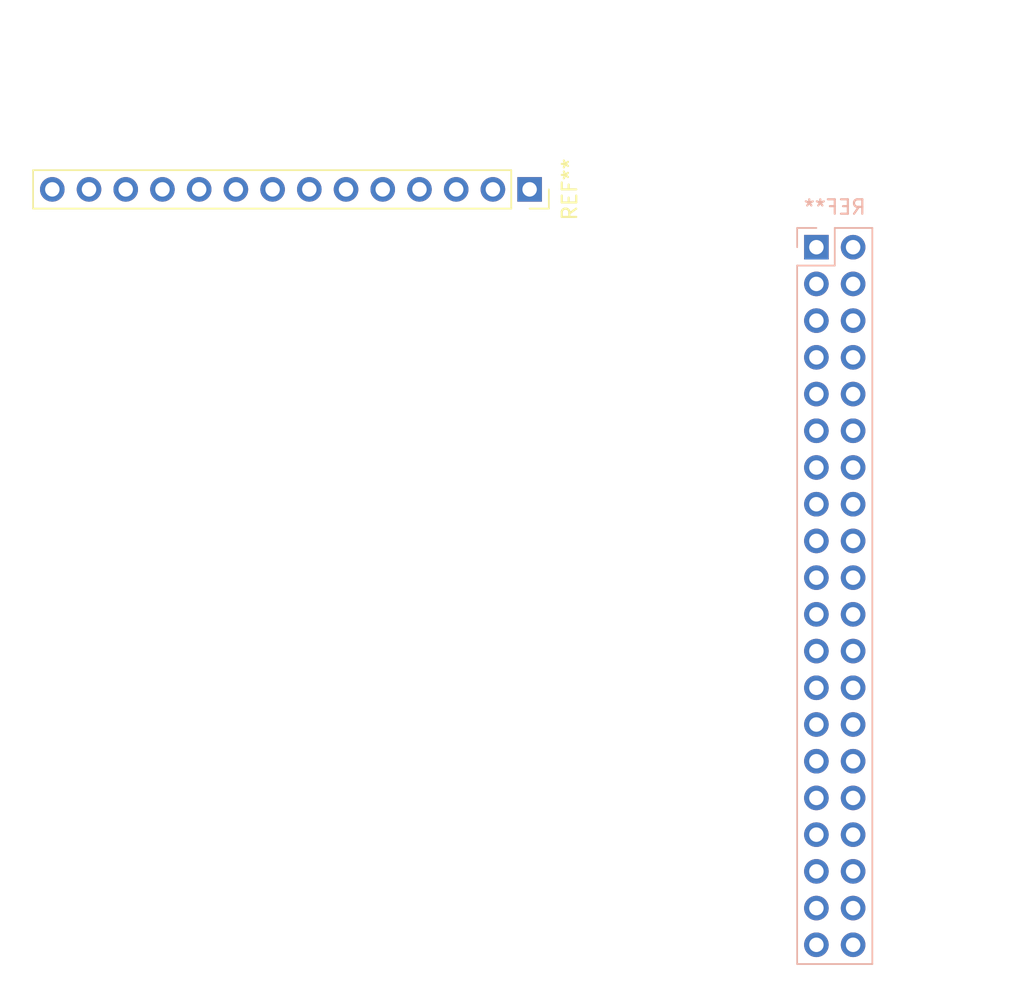
<source format=kicad_pcb>
(kicad_pcb (version 20241229) (generator "pcbnew") (generator_version "9.0")
  (layers (0 "F.Cu" signal) (2 "B.Cu" signal) (13 "F.Paste" user) (15 "B.Paste" user) (5 "F.SilkS" user "F.Silkscreen") (7 "B.SilkS" user "B.Silkscreen") (1 "F.Mask" user) (3 "B.Mask" user) (25 "Edge.Cuts" user))
  (net 0 "")
  (footprint "Connector_PinSocket_2.54mm:PinSocket_1x14_P2.54mm_Vertical" (layer "F.Cu") (at 186.16 67.5 -90)
    (property "Reference" "REF**" (at 0 -2.77 90) (layer "F.SilkS"))
    (property "Value" "PinSocket_1x14_P2.54mm_Vertical")
    (fp_line (start -1.33 34.35) (end 1.33 34.35) (stroke (width 0.12)) (layer "F.SilkS"))
    (fp_line (start -1.33 1.27) (end -1.33 34.35) (stroke (width 0.12)) (layer "F.SilkS"))
    (fp_line (start -1.33 1.27) (end 1.33 1.27) (stroke (width 0.12)) (layer "F.SilkS"))
    (fp_line (start 1.33 1.27) (end 1.33 34.35) (stroke (width 0.12)) (layer "F.SilkS"))
    (fp_line (start 0 -1.33) (end 1.33 -1.33) (stroke (width 0.12)) (layer "F.SilkS"))
    (fp_line (start 1.33 -1.33) (end 1.33 0) (stroke (width 0.12)) (layer "F.SilkS"))
    (pad "1" thru_hole rect (at 0 0 270) (size 1.7 1.7) (drill 1) (layers "*.Cu" "*.Mask"))
    (pad "2" thru_hole circle (at 0 2.54 270) (size 1.7 1.7) (drill 1) (layers "*.Cu" "*.Mask"))
    (pad "3" thru_hole circle (at 0 5.08 270) (size 1.7 1.7) (drill 1) (layers "*.Cu" "*.Mask"))
    (pad "4" thru_hole circle (at 0 7.62 270) (size 1.7 1.7) (drill 1) (layers "*.Cu" "*.Mask"))
    (pad "5" thru_hole circle (at 0 10.16 270) (size 1.7 1.7) (drill 1) (layers "*.Cu" "*.Mask"))
    (pad "6" thru_hole circle (at 0 12.7 270) (size 1.7 1.7) (drill 1) (layers "*.Cu" "*.Mask"))
    (pad "7" thru_hole circle (at 0 15.24 270) (size 1.7 1.7) (drill 1) (layers "*.Cu" "*.Mask"))
    (pad "8" thru_hole circle (at 0 17.78 270) (size 1.7 1.7) (drill 1) (layers "*.Cu" "*.Mask"))
    (pad "9" thru_hole circle (at 0 20.32 270) (size 1.7 1.7) (drill 1) (layers "*.Cu" "*.Mask"))
    (pad "10" thru_hole circle (at 0 22.86 270) (size 1.7 1.7) (drill 1) (layers "*.Cu" "*.Mask"))
    (pad "11" thru_hole circle (at 0 25.4 270) (size 1.7 1.7) (drill 1) (layers "*.Cu" "*.Mask"))
    (pad "12" thru_hole circle (at 0 27.94 270) (size 1.7 1.7) (drill 1) (layers "*.Cu" "*.Mask"))
    (pad "13" thru_hole circle (at 0 30.48 270) (size 1.7 1.7) (drill 1) (layers "*.Cu" "*.Mask"))
    (pad "14" thru_hole circle (at 0 33.02 270) (size 1.7 1.7) (drill 1) (layers "*.Cu" "*.Mask"))
  )
  (footprint "Connector_PinSocket_2.54mm:PinSocket_2x20_P2.54mm_Vertical" (layer "B.Cu") (at 206 71.5 180)
    (property "Reference" "REF**" (at -1.27 2.77 0) (layer "B.SilkS") (effects (justify mirror)))
    (property "Value" "PinSocket_2x20_P2.54mm_Vertical")
    (fp_line (start 1.33 1.33) (end 1.33 0) (stroke (width 0.12)) (layer "B.SilkS"))
    (fp_line (start 1.33 -1.27) (end 1.33 -49.59) (stroke (width 0.12)) (layer "B.SilkS"))
    (fp_line (start 0 1.33) (end 1.33 1.33) (stroke (width 0.12)) (layer "B.SilkS"))
    (fp_line (start -1.27 1.33) (end -1.27 -1.27) (stroke (width 0.12)) (layer "B.SilkS"))
    (fp_line (start -1.27 -1.27) (end 1.33 -1.27) (stroke (width 0.12)) (layer "B.SilkS"))
    (fp_line (start -3.87 1.33) (end -1.27 1.33) (stroke (width 0.12)) (layer "B.SilkS"))
    (fp_line (start -3.87 1.33) (end -3.87 -49.59) (stroke (width 0.12)) (layer "B.SilkS"))
    (fp_line (start -3.87 -49.59) (end 1.33 -49.59) (stroke (width 0.12)) (layer "B.SilkS"))
    (pad "1" thru_hole rect (at 0 0 180) (size 1.7 1.7) (drill 1) (layers "*.Cu" "*.Mask"))
    (pad "2" thru_hole circle (at -2.54 0 180) (size 1.7 1.7) (drill 1) (layers "*.Cu" "*.Mask"))
    (pad "3" thru_hole circle (at 0 -2.54 180) (size 1.7 1.7) (drill 1) (layers "*.Cu" "*.Mask"))
    (pad "4" thru_hole circle (at -2.54 -2.54 180) (size 1.7 1.7) (drill 1) (layers "*.Cu" "*.Mask"))
    (pad "5" thru_hole circle (at 0 -5.08 180) (size 1.7 1.7) (drill 1) (layers "*.Cu" "*.Mask"))
    (pad "6" thru_hole circle (at -2.54 -5.08 180) (size 1.7 1.7) (drill 1) (layers "*.Cu" "*.Mask"))
    (pad "7" thru_hole circle (at 0 -7.62 180) (size 1.7 1.7) (drill 1) (layers "*.Cu" "*.Mask"))
    (pad "8" thru_hole circle (at -2.54 -7.62 180) (size 1.7 1.7) (drill 1) (layers "*.Cu" "*.Mask"))
    (pad "9" thru_hole circle (at 0 -10.16 180) (size 1.7 1.7) (drill 1) (layers "*.Cu" "*.Mask"))
    (pad "10" thru_hole circle (at -2.54 -10.16 180) (size 1.7 1.7) (drill 1) (layers "*.Cu" "*.Mask"))
    (pad "11" thru_hole circle (at 0 -12.7 180) (size 1.7 1.7) (drill 1) (layers "*.Cu" "*.Mask"))
    (pad "12" thru_hole circle (at -2.54 -12.7 180) (size 1.7 1.7) (drill 1) (layers "*.Cu" "*.Mask"))
    (pad "13" thru_hole circle (at 0 -15.24 180) (size 1.7 1.7) (drill 1) (layers "*.Cu" "*.Mask"))
    (pad "14" thru_hole circle (at -2.54 -15.24 180) (size 1.7 1.7) (drill 1) (layers "*.Cu" "*.Mask"))
    (pad "15" thru_hole circle (at 0 -17.78 180) (size 1.7 1.7) (drill 1) (layers "*.Cu" "*.Mask"))
    (pad "16" thru_hole circle (at -2.54 -17.78 180) (size 1.7 1.7) (drill 1) (layers "*.Cu" "*.Mask"))
    (pad "17" thru_hole circle (at 0 -20.32 180) (size 1.7 1.7) (drill 1) (layers "*.Cu" "*.Mask"))
    (pad "18" thru_hole circle (at -2.54 -20.32 180) (size 1.7 1.7) (drill 1) (layers "*.Cu" "*.Mask"))
    (pad "19" thru_hole circle (at 0 -22.86 180) (size 1.7 1.7) (drill 1) (layers "*.Cu" "*.Mask"))
    (pad "20" thru_hole circle (at -2.54 -22.86 180) (size 1.7 1.7) (drill 1) (layers "*.Cu" "*.Mask"))
    (pad "21" thru_hole circle (at 0 -25.4 180) (size 1.7 1.7) (drill 1) (layers "*.Cu" "*.Mask"))
    (pad "22" thru_hole circle (at -2.54 -25.4 180) (size 1.7 1.7) (drill 1) (layers "*.Cu" "*.Mask"))
    (pad "23" thru_hole circle (at 0 -27.94 180) (size 1.7 1.7) (drill 1) (layers "*.Cu" "*.Mask"))
    (pad "24" thru_hole circle (at -2.54 -27.94 180) (size 1.7 1.7) (drill 1) (layers "*.Cu" "*.Mask"))
    (pad "25" thru_hole circle (at 0 -30.48 180) (size 1.7 1.7) (drill 1) (layers "*.Cu" "*.Mask"))
    (pad "26" thru_hole circle (at -2.54 -30.48 180) (size 1.7 1.7) (drill 1) (layers "*.Cu" "*.Mask"))
    (pad "27" thru_hole circle (at 0 -33.02 180) (size 1.7 1.7) (drill 1) (layers "*.Cu" "*.Mask"))
    (pad "28" thru_hole circle (at -2.54 -33.02 180) (size 1.7 1.7) (drill 1) (layers "*.Cu" "*.Mask"))
    (pad "29" thru_hole circle (at 0 -35.56 180) (size 1.7 1.7) (drill 1) (layers "*.Cu" "*.Mask"))
    (pad "30" thru_hole circle (at -2.54 -35.56 180) (size 1.7 1.7) (drill 1) (layers "*.Cu" "*.Mask"))
    (pad "31" thru_hole circle (at 0 -38.1 180) (size 1.7 1.7) (drill 1) (layers "*.Cu" "*.Mask"))
    (pad "32" thru_hole circle (at -2.54 -38.1 180) (size 1.7 1.7) (drill 1) (layers "*.Cu" "*.Mask"))
    (pad "33" thru_hole circle (at 0 -40.64 180) (size 1.7 1.7) (drill 1) (layers "*.Cu" "*.Mask"))
    (pad "34" thru_hole circle (at -2.54 -40.64 180) (size 1.7 1.7) (drill 1) (layers "*.Cu" "*.Mask"))
    (pad "35" thru_hole circle (at 0 -43.18 180) (size 1.7 1.7) (drill 1) (layers "*.Cu" "*.Mask"))
    (pad "36" thru_hole circle (at -2.54 -43.18 180) (size 1.7 1.7) (drill 1) (layers "*.Cu" "*.Mask"))
    (pad "37" thru_hole circle (at 0 -45.72 180) (size 1.7 1.7) (drill 1) (layers "*.Cu" "*.Mask"))
    (pad "38" thru_hole circle (at -2.54 -45.72 180) (size 1.7 1.7) (drill 1) (layers "*.Cu" "*.Mask"))
    (pad "39" thru_hole circle (at 0 -48.26 180) (size 1.7 1.7) (drill 1) (layers "*.Cu" "*.Mask"))
    (pad "40" thru_hole circle (at -2.54 -48.26 180) (size 1.7 1.7) (drill 1) (layers "*.Cu" "*.Mask"))
  )
)
</source>
